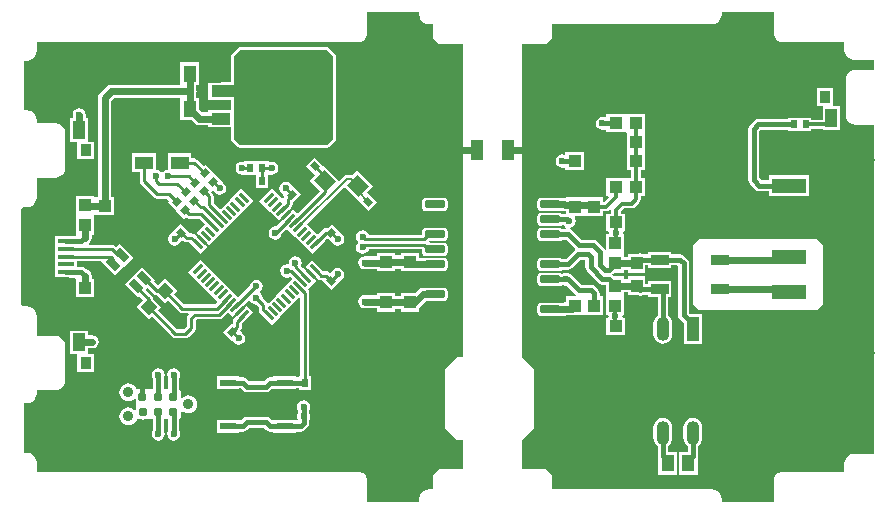
<source format=gtl>
G04 Layer_Physical_Order=1*
G04 Layer_Color=255*
%FSLAX44Y44*%
%MOMM*%
G71*
G01*
G75*
G04:AMPARAMS|DCode=10|XSize=0.635mm|YSize=0.5mm|CornerRadius=0mm|HoleSize=0mm|Usage=FLASHONLY|Rotation=225.000|XOffset=0mm|YOffset=0mm|HoleType=Round|Shape=Rectangle|*
%AMROTATEDRECTD10*
4,1,4,0.0477,0.4013,0.4013,0.0477,-0.0477,-0.4013,-0.4013,-0.0477,0.0477,0.4013,0.0*
%
%ADD10ROTATEDRECTD10*%

G04:AMPARAMS|DCode=11|XSize=0.635mm|YSize=0.5mm|CornerRadius=0mm|HoleSize=0mm|Usage=FLASHONLY|Rotation=315.000|XOffset=0mm|YOffset=0mm|HoleType=Round|Shape=Rectangle|*
%AMROTATEDRECTD11*
4,1,4,-0.4013,0.0477,-0.0477,0.4013,0.4013,-0.0477,0.0477,-0.4013,-0.4013,0.0477,0.0*
%
%ADD11ROTATEDRECTD11*%

%ADD12R,0.5000X0.6350*%
%ADD13R,1.0000X1.1000*%
%ADD14R,1.1000X1.0000*%
%ADD15R,1.1000X1.4000*%
%ADD16P,1.4142X4X270.0*%
%ADD17R,1.5000X1.1000*%
G04:AMPARAMS|DCode=18|XSize=0.32mm|YSize=1mm|CornerRadius=0mm|HoleSize=0mm|Usage=FLASHONLY|Rotation=315.000|XOffset=0mm|YOffset=0mm|HoleType=Round|Shape=Rectangle|*
%AMROTATEDRECTD18*
4,1,4,-0.4667,-0.2404,0.2404,0.4667,0.4667,0.2404,-0.2404,-0.4667,-0.4667,-0.2404,0.0*
%
%ADD18ROTATEDRECTD18*%

G04:AMPARAMS|DCode=19|XSize=0.32mm|YSize=1mm|CornerRadius=0mm|HoleSize=0mm|Usage=FLASHONLY|Rotation=225.000|XOffset=0mm|YOffset=0mm|HoleType=Round|Shape=Rectangle|*
%AMROTATEDRECTD19*
4,1,4,-0.2404,0.4667,0.4667,-0.2404,0.2404,-0.4667,-0.4667,0.2404,-0.2404,0.4667,0.0*
%
%ADD19ROTATEDRECTD19*%

G04:AMPARAMS|DCode=20|XSize=1.65mm|YSize=0.6mm|CornerRadius=0.06mm|HoleSize=0mm|Usage=FLASHONLY|Rotation=0.000|XOffset=0mm|YOffset=0mm|HoleType=Round|Shape=RoundedRectangle|*
%AMROUNDEDRECTD20*
21,1,1.6500,0.4800,0,0,0.0*
21,1,1.5300,0.6000,0,0,0.0*
1,1,0.1200,0.7650,-0.2400*
1,1,0.1200,-0.7650,-0.2400*
1,1,0.1200,-0.7650,0.2400*
1,1,0.1200,0.7650,0.2400*
%
%ADD20ROUNDEDRECTD20*%
%ADD21R,1.9000X1.7500*%
%ADD22R,1.4000X0.4000*%
%ADD23R,1.4500X1.1500*%
%ADD24R,1.0000X0.4500*%
%ADD25R,1.4000X0.6000*%
%ADD26R,2.9200X1.2700*%
%ADD27O,1.1000X2.0000*%
%ADD28R,1.1000X2.0000*%
%ADD29C,0.7900*%
%ADD30R,1.5000X0.8500*%
G04:AMPARAMS|DCode=31|XSize=0.6mm|YSize=1.1mm|CornerRadius=0mm|HoleSize=0mm|Usage=FLASHONLY|Rotation=45.000|XOffset=0mm|YOffset=0mm|HoleType=Round|Shape=Rectangle|*
%AMROTATEDRECTD31*
4,1,4,0.1768,-0.6010,-0.6010,0.1768,-0.1768,0.6010,0.6010,-0.1768,0.1768,-0.6010,0.0*
%
%ADD31ROTATEDRECTD31*%

%ADD32R,1.0000X1.5000*%
%ADD33R,0.9000X1.0000*%
%ADD34R,1.1000X1.8000*%
%ADD35R,1.6000X3.5000*%
%ADD36R,1.6000X1.0000*%
G04:AMPARAMS|DCode=37|XSize=1.4mm|YSize=1.2mm|CornerRadius=0mm|HoleSize=0mm|Usage=FLASHONLY|Rotation=135.000|XOffset=0mm|YOffset=0mm|HoleType=Round|Shape=Rectangle|*
%AMROTATEDRECTD37*
4,1,4,0.9192,-0.0707,0.0707,-0.9192,-0.9192,0.0707,-0.0707,0.9192,0.9192,-0.0707,0.0*
%
%ADD37ROTATEDRECTD37*%

%ADD38C,0.2500*%
%ADD39C,0.6000*%
%ADD40C,0.4000*%
%ADD41C,0.3000*%
%ADD42C,0.2000*%
%ADD43C,1.0000*%
G04:AMPARAMS|DCode=44|XSize=1.9mm|YSize=1.05mm|CornerRadius=0.2625mm|HoleSize=0mm|Usage=FLASHONLY|Rotation=0.000|XOffset=0mm|YOffset=0mm|HoleType=Round|Shape=RoundedRectangle|*
%AMROUNDEDRECTD44*
21,1,1.9000,0.5250,0,0,0.0*
21,1,1.3750,1.0500,0,0,0.0*
1,1,0.5250,0.6875,-0.2625*
1,1,0.5250,-0.6875,-0.2625*
1,1,0.5250,-0.6875,0.2625*
1,1,0.5250,0.6875,0.2625*
%
%ADD44ROUNDEDRECTD44*%
%ADD45C,3.5000*%
%ADD46C,0.9000*%
%ADD47C,0.6000*%
G36*
X337941Y205000D02*
X337931D01*
X338206Y202912D01*
X339012Y200965D01*
X340294Y199294D01*
X341965Y198012D01*
X343912Y197206D01*
X346000Y196931D01*
Y196941D01*
X350000D01*
Y185000D01*
X355000Y180000D01*
X375000D01*
Y-85000D01*
X370000D01*
X360000Y-95000D01*
Y-145000D01*
X370000Y-155000D01*
X375000D01*
Y-180000D01*
X355000D01*
X350000Y-185000D01*
X350000Y-196941D01*
X346000D01*
Y-196931D01*
X343912Y-197206D01*
X341965Y-198012D01*
X340294Y-199294D01*
X339012Y-200965D01*
X338206Y-202912D01*
X337931Y-205000D01*
X337941D01*
Y-207441D01*
X294059D01*
Y-190000D01*
X294069D01*
X293794Y-187912D01*
X292988Y-185965D01*
X291706Y-184294D01*
X290035Y-183012D01*
X288088Y-182206D01*
X286000Y-181931D01*
Y-181941D01*
X286000Y-181941D01*
X14059D01*
Y-174000D01*
X14059Y-174000D01*
X14069D01*
X13794Y-171912D01*
X12988Y-169965D01*
X11706Y-168294D01*
X10035Y-167012D01*
X8088Y-166206D01*
X6000Y-165931D01*
Y-165941D01*
X6000Y-165941D01*
X3059D01*
Y-124059D01*
X6000D01*
Y-124069D01*
X8088Y-123794D01*
X10035Y-122988D01*
X11706Y-121706D01*
X12988Y-120035D01*
X13794Y-118088D01*
X14069Y-116000D01*
X14059D01*
Y-113059D01*
X30000D01*
Y-113069D01*
X32088Y-112794D01*
X34035Y-111988D01*
X35706Y-110706D01*
X36988Y-109035D01*
X37794Y-107088D01*
X38069Y-105000D01*
X38059D01*
Y-90000D01*
Y-75000D01*
X38069D01*
X37794Y-72912D01*
X36988Y-70965D01*
X35706Y-69294D01*
X34035Y-68012D01*
X32088Y-67206D01*
X30000Y-66931D01*
Y-66941D01*
X14059D01*
Y-50000D01*
X14069D01*
X13794Y-47912D01*
X12988Y-45965D01*
X11706Y-44294D01*
X10035Y-43012D01*
X8088Y-42206D01*
X6000Y-41931D01*
Y-41941D01*
X3000D01*
Y-41910D01*
X2269Y-41764D01*
X1650Y-41350D01*
X1236Y-40731D01*
X1090Y-40000D01*
X1059D01*
Y40000D01*
X1090D01*
X1236Y40731D01*
X1650Y41350D01*
X2269Y41764D01*
X3000Y41910D01*
Y41941D01*
X6000D01*
Y41931D01*
X8088Y42206D01*
X10035Y43012D01*
X11706Y44294D01*
X12988Y45965D01*
X13794Y47912D01*
X14069Y50000D01*
X14059D01*
Y66941D01*
X30000D01*
Y66931D01*
X32088Y67206D01*
X34035Y68012D01*
X35706Y69294D01*
X36988Y70965D01*
X37794Y72912D01*
X38069Y75000D01*
X38059D01*
Y90000D01*
Y105000D01*
X38069D01*
X37794Y107088D01*
X36988Y109035D01*
X35706Y110706D01*
X34035Y111988D01*
X32088Y112794D01*
X30000Y113069D01*
Y113059D01*
X14059D01*
Y116000D01*
X14069D01*
X13794Y118088D01*
X12988Y120035D01*
X11706Y121706D01*
X10035Y122988D01*
X8088Y123794D01*
X6000Y124069D01*
Y124059D01*
X6000Y124059D01*
X3059D01*
Y165941D01*
X6000D01*
X6000Y165941D01*
Y165931D01*
X8088Y166206D01*
X10035Y167012D01*
X11706Y168294D01*
X12988Y169965D01*
X13794Y171912D01*
X14069Y174000D01*
X14059D01*
X14059Y174000D01*
Y181941D01*
X286000D01*
Y181931D01*
X288088Y182206D01*
X290035Y183012D01*
X291706Y184294D01*
X292988Y185965D01*
X293794Y187912D01*
X294069Y190000D01*
X294059D01*
Y207441D01*
X337941D01*
Y205000D01*
D02*
G37*
G36*
X637941Y190000D02*
X637931D01*
X638206Y187912D01*
X639012Y185965D01*
X640294Y184294D01*
X641965Y183012D01*
X643912Y182206D01*
X646000Y181931D01*
Y181941D01*
X697941D01*
Y175000D01*
X697931D01*
X698206Y172912D01*
X699012Y170965D01*
X700294Y169294D01*
X701965Y168012D01*
X703912Y167206D01*
X706000Y166931D01*
Y166941D01*
X722941D01*
Y158059D01*
X707000D01*
Y158069D01*
X704912Y157794D01*
X702965Y156988D01*
X701294Y155706D01*
X700012Y154035D01*
X699206Y152088D01*
X698931Y150000D01*
X698941D01*
Y135000D01*
Y120000D01*
X698931D01*
X699206Y117912D01*
X700012Y115965D01*
X701294Y114294D01*
X702965Y113012D01*
X704912Y112206D01*
X707000Y111931D01*
Y111941D01*
X722941D01*
Y-166941D01*
X706000D01*
X706000Y-166941D01*
Y-166931D01*
X703912Y-167206D01*
X701965Y-168012D01*
X700294Y-169294D01*
X699012Y-170965D01*
X698206Y-172912D01*
X697931Y-175000D01*
X697941D01*
Y-181941D01*
X646000D01*
X646000Y-181941D01*
Y-181931D01*
X643912Y-182206D01*
X641965Y-183012D01*
X640294Y-184294D01*
X639012Y-185965D01*
X638206Y-187912D01*
X637931Y-190000D01*
X637941D01*
Y-207441D01*
X594059D01*
Y-205000D01*
X594059Y-205000D01*
X594069D01*
X593794Y-202912D01*
X592988Y-200965D01*
X591706Y-199294D01*
X590034Y-198012D01*
X588088Y-197206D01*
X586000Y-196931D01*
Y-196941D01*
X450000D01*
Y-185000D01*
X445000Y-180000D01*
X425000D01*
Y-155000D01*
X435000Y-145000D01*
Y-120000D01*
Y-95000D01*
X425000Y-85000D01*
Y180000D01*
X445000D01*
X450000Y185000D01*
Y196941D01*
X586000D01*
Y196931D01*
X588088Y197206D01*
X590034Y198012D01*
X591706Y199294D01*
X592988Y200965D01*
X593794Y202912D01*
X594069Y205000D01*
X594059D01*
X594059Y205000D01*
Y207441D01*
X637941D01*
Y190000D01*
D02*
G37*
%LPC*%
G36*
X247164Y-2475D02*
X241366Y-8273D01*
X251972Y-18880D01*
X252168Y-18684D01*
X252187Y-18704D01*
X253428Y-19532D01*
X254891Y-19823D01*
X254891D01*
X254931Y-19825D01*
X255987Y-19987D01*
X264013Y-28013D01*
X271084Y-20942D01*
Y-20942D01*
X271729Y-19791D01*
X272965Y-18965D01*
X274181Y-17146D01*
X274608Y-15000D01*
X274181Y-12854D01*
X272965Y-11035D01*
X271146Y-9819D01*
X269000Y-9392D01*
X266854Y-9819D01*
X265035Y-11035D01*
X264209Y-12271D01*
X263058Y-12916D01*
X263058Y-12916D01*
X262067Y-13589D01*
X261775Y-13296D01*
X260534Y-12468D01*
X259071Y-12177D01*
X256866D01*
X247164Y-2475D01*
D02*
G37*
G36*
X351250Y-26142D02*
X341110D01*
X338964Y-26569D01*
X337144Y-27785D01*
X334429Y-30500D01*
X322500D01*
Y-32892D01*
X317500D01*
Y-30500D01*
X302500D01*
Y-32392D01*
X292000D01*
X289854Y-32819D01*
X288035Y-34035D01*
X286819Y-35854D01*
X286392Y-38000D01*
X286819Y-40146D01*
X288035Y-41965D01*
X289854Y-43181D01*
X292000Y-43608D01*
X302500D01*
Y-46500D01*
X317500D01*
Y-44108D01*
X322500D01*
Y-46500D01*
X337500D01*
Y-43016D01*
X338325Y-42465D01*
X343432Y-37358D01*
X351250D01*
X351486Y-37311D01*
X358900D01*
X360109Y-37070D01*
X361135Y-36385D01*
X361820Y-35359D01*
X362061Y-34150D01*
Y-29350D01*
X361820Y-28140D01*
X361135Y-27115D01*
X360109Y-26430D01*
X358900Y-26189D01*
X351486D01*
X351250Y-26142D01*
D02*
G37*
G36*
X358900Y24611D02*
X343600D01*
X342391Y24370D01*
X341365Y23685D01*
X340680Y22659D01*
X340439Y21450D01*
Y18846D01*
X340416Y18823D01*
X295245D01*
X295181Y19146D01*
X293965Y20965D01*
X292146Y22181D01*
X290000Y22608D01*
X287854Y22181D01*
X286035Y20965D01*
X284819Y19146D01*
X284392Y17000D01*
X284819Y14854D01*
X286035Y13035D01*
Y11965D01*
X284819Y10146D01*
X284392Y8000D01*
X284819Y5854D01*
X286035Y4035D01*
X287854Y2819D01*
X290000Y2392D01*
X292146Y2819D01*
X293965Y4035D01*
X295181Y5854D01*
X295245Y6177D01*
X340416D01*
X340439Y6154D01*
Y3950D01*
X340680Y2740D01*
X341365Y1715D01*
X342391Y1030D01*
X343600Y789D01*
X358900D01*
X360109Y1030D01*
X361135Y1715D01*
X361820Y2740D01*
X362061Y3950D01*
Y8750D01*
X361820Y9959D01*
X361135Y10985D01*
X360109Y11670D01*
X358900Y11911D01*
X347307D01*
X346629Y13181D01*
X346835Y13489D01*
X358900D01*
X360109Y13730D01*
X361135Y14415D01*
X361820Y15440D01*
X362061Y16650D01*
Y21450D01*
X361820Y22659D01*
X361135Y23685D01*
X360109Y24370D01*
X358900Y24611D01*
D02*
G37*
G36*
X337500Y3500D02*
X322500D01*
Y1108D01*
X317500D01*
Y3500D01*
X302500D01*
Y608D01*
X292000D01*
X289854Y181D01*
X288035Y-1035D01*
X286819Y-2854D01*
X286392Y-5000D01*
X286819Y-7146D01*
X288035Y-8965D01*
X289854Y-10181D01*
X292000Y-10608D01*
X302500D01*
Y-12500D01*
X317500D01*
Y-10108D01*
X322500D01*
Y-12500D01*
X337500D01*
Y-11958D01*
X351250D01*
X351486Y-11911D01*
X358900D01*
X360109Y-11670D01*
X361135Y-10985D01*
X361820Y-9959D01*
X362061Y-8750D01*
Y-3950D01*
X361820Y-2740D01*
X361135Y-1715D01*
X360109Y-1030D01*
X358900Y-789D01*
X351486D01*
X351250Y-742D01*
X337500D01*
Y3500D01*
D02*
G37*
G36*
X233000Y608D02*
X230854Y181D01*
X229035Y-1035D01*
X227819Y-2854D01*
X227392Y-5000D01*
X227515Y-5617D01*
X226617Y-6515D01*
X226000Y-6392D01*
X223854Y-6819D01*
X222035Y-8035D01*
X220819Y-9854D01*
X220392Y-12000D01*
X220819Y-14146D01*
X222035Y-15965D01*
X223854Y-17181D01*
X226000Y-17608D01*
X228146Y-17181D01*
X228929Y-16658D01*
X230138Y-17867D01*
X230057Y-19582D01*
X223688Y-25951D01*
X216617Y-33022D01*
X210625Y-39014D01*
X209041Y-38802D01*
X208704Y-38296D01*
X205574Y-35167D01*
X205608Y-35000D01*
X205181Y-32854D01*
X203965Y-31035D01*
X203367Y-30635D01*
Y-29365D01*
X203965Y-28965D01*
X205181Y-27146D01*
X205608Y-25000D01*
X205181Y-22854D01*
X203965Y-21035D01*
X202146Y-19819D01*
X200000Y-19392D01*
X197854Y-19819D01*
X196035Y-21035D01*
X194819Y-22854D01*
X194405Y-24937D01*
X184851Y-34490D01*
X181120Y-30759D01*
X174049Y-23688D01*
X166978Y-16617D01*
X159907Y-9546D01*
X152836Y-2475D01*
X142229Y-13082D01*
X145765Y-16617D01*
X151563Y-22415D01*
X158634Y-29486D01*
X167174Y-38026D01*
X165023Y-40177D01*
X139019D01*
X130300Y-31458D01*
X132900Y-28858D01*
X122293Y-18251D01*
X116511Y-24033D01*
X113442Y-20964D01*
X114627Y-19778D01*
X103314Y-8464D01*
X95535Y-16243D01*
X88464Y-23314D01*
X99778Y-34627D01*
X100964Y-33442D01*
X104033Y-36511D01*
X98251Y-42293D01*
X108858Y-52899D01*
X111458Y-50300D01*
X128861Y-67704D01*
X130102Y-68532D01*
X131565Y-68823D01*
X140000D01*
X141463Y-68532D01*
X142704Y-67704D01*
X147704Y-62704D01*
X148532Y-61463D01*
X148823Y-60000D01*
Y-53584D01*
X149584Y-52823D01*
X168678D01*
X170141Y-52532D01*
X171381Y-51704D01*
X176116Y-46968D01*
X179847Y-50700D01*
X190454Y-40093D01*
X190259Y-39897D01*
X193566Y-36589D01*
X194782Y-36958D01*
X194819Y-37146D01*
X196035Y-38965D01*
X197854Y-40181D01*
X200000Y-40608D01*
X200167Y-40574D01*
X202177Y-42584D01*
Y-44891D01*
X202468Y-46354D01*
X202795Y-46844D01*
X202475Y-47164D01*
X213081Y-57771D01*
X220153Y-50700D01*
X227224Y-43629D01*
X236003Y-34849D01*
X237177Y-35335D01*
Y-101325D01*
X236000D01*
Y-101912D01*
X233500D01*
Y-101000D01*
X214500D01*
Y-101912D01*
X211500D01*
X209744Y-102261D01*
X208256Y-103256D01*
X206099Y-105412D01*
X193901D01*
X191744Y-103256D01*
X190256Y-102261D01*
X188500Y-101912D01*
X185500D01*
Y-101000D01*
X166500D01*
Y-112000D01*
X185500D01*
Y-111500D01*
X186770Y-111259D01*
X188756Y-113244D01*
X190244Y-114239D01*
X192000Y-114588D01*
X208000D01*
X209756Y-114239D01*
X211244Y-113244D01*
X213230Y-111259D01*
X214500Y-111500D01*
Y-112000D01*
X233500D01*
Y-111088D01*
X236000D01*
Y-112675D01*
X246000D01*
Y-101325D01*
X244823D01*
Y-30393D01*
X244532Y-28930D01*
X243704Y-27690D01*
X243433Y-27419D01*
X250700Y-20153D01*
X240093Y-9546D01*
X239897Y-9742D01*
X237829Y-7673D01*
X238181Y-7146D01*
X238608Y-5000D01*
X238181Y-2854D01*
X236965Y-1035D01*
X235146Y181D01*
X233000Y608D01*
D02*
G37*
G36*
X240000Y-121392D02*
X237854Y-121819D01*
X236035Y-123035D01*
X234819Y-124854D01*
X234392Y-127000D01*
X234819Y-129146D01*
X235412Y-130033D01*
Y-131967D01*
X234819Y-132854D01*
X234392Y-135000D01*
X234819Y-137146D01*
X234906Y-137276D01*
X234224Y-138434D01*
X233500Y-138288D01*
Y-138000D01*
X214500D01*
Y-138500D01*
X213230Y-138741D01*
X211244Y-136756D01*
X209756Y-135761D01*
X208000Y-135412D01*
X192000D01*
X190244Y-135761D01*
X188756Y-136756D01*
X186770Y-138741D01*
X185500Y-138500D01*
Y-138000D01*
X166500D01*
Y-149000D01*
X185500D01*
Y-148088D01*
X188500D01*
X190256Y-147739D01*
X191744Y-146744D01*
X193901Y-144588D01*
X206099D01*
X208256Y-146744D01*
X209744Y-147739D01*
X211500Y-148088D01*
X214500D01*
Y-149000D01*
X233500D01*
Y-148088D01*
X237500D01*
X239256Y-147739D01*
X240744Y-146744D01*
X243244Y-144244D01*
X244239Y-142756D01*
X244588Y-141000D01*
Y-138033D01*
X245181Y-137146D01*
X245608Y-135000D01*
X245181Y-132854D01*
X244588Y-131967D01*
Y-130033D01*
X245181Y-129146D01*
X245608Y-127000D01*
X245181Y-124854D01*
X243965Y-123035D01*
X242146Y-121819D01*
X240000Y-121392D01*
D02*
G37*
G36*
X191727Y-41366D02*
X181120Y-51972D01*
X181316Y-52168D01*
X181296Y-52187D01*
X180468Y-53428D01*
X180177Y-54891D01*
X180175Y-54931D01*
X179877Y-56123D01*
X179201Y-56799D01*
X171987Y-64013D01*
X179058Y-71084D01*
X179058D01*
X180209Y-71729D01*
X181035Y-72965D01*
X182854Y-74181D01*
X185000Y-74608D01*
X187146Y-74181D01*
X188965Y-72965D01*
X190181Y-71146D01*
X190608Y-69000D01*
X190181Y-66854D01*
X188965Y-65035D01*
X187729Y-64209D01*
X187084Y-63058D01*
X187084Y-63058D01*
X186411Y-62067D01*
X186704Y-61775D01*
X187532Y-60534D01*
X187823Y-59071D01*
Y-56866D01*
X197525Y-47164D01*
X191727Y-41366D01*
D02*
G37*
G36*
X57500Y-62500D02*
X42500D01*
Y-82500D01*
X47230D01*
X48500Y-82500D01*
X48500Y-83770D01*
Y-97500D01*
X62500D01*
Y-82500D01*
X58770D01*
X57500Y-82500D01*
X57500Y-81230D01*
Y-77608D01*
X61000D01*
X63146Y-77181D01*
X64965Y-75965D01*
X66181Y-74146D01*
X66608Y-72000D01*
X66181Y-69854D01*
X64965Y-68035D01*
X63146Y-66819D01*
X61000Y-66392D01*
X57500D01*
Y-62500D01*
D02*
G37*
G36*
X130000Y-94232D02*
X127854Y-94659D01*
X126035Y-95875D01*
X124819Y-97694D01*
X124392Y-99840D01*
X124819Y-101986D01*
X125412Y-102873D01*
Y-112300D01*
X121588D01*
Y-103033D01*
X122181Y-102146D01*
X122608Y-100000D01*
X122181Y-97854D01*
X120965Y-96035D01*
X119146Y-94819D01*
X117000Y-94392D01*
X114854Y-94819D01*
X113035Y-96035D01*
X111819Y-97854D01*
X111392Y-100000D01*
X111819Y-102146D01*
X112412Y-103033D01*
Y-112300D01*
X99220D01*
X98587Y-112174D01*
X98129Y-111070D01*
X96931Y-109509D01*
X95370Y-108311D01*
X93551Y-107557D01*
X91600Y-107301D01*
X89649Y-107557D01*
X87830Y-108311D01*
X86269Y-109509D01*
X85071Y-111070D01*
X84317Y-112889D01*
X84060Y-114840D01*
X84317Y-116791D01*
X85071Y-118610D01*
X86269Y-120171D01*
X87830Y-121369D01*
X89649Y-122123D01*
X91600Y-122380D01*
X93551Y-122123D01*
X95370Y-121369D01*
X96680Y-120364D01*
X97950Y-120753D01*
Y-129070D01*
X97547Y-129370D01*
X96680Y-129636D01*
X95370Y-128631D01*
X93551Y-127877D01*
X91600Y-127620D01*
X89649Y-127877D01*
X87830Y-128631D01*
X86269Y-129829D01*
X85071Y-131390D01*
X84317Y-133209D01*
X84060Y-135160D01*
X84317Y-137111D01*
X85071Y-138930D01*
X86269Y-140491D01*
X87830Y-141689D01*
X89649Y-142443D01*
X91600Y-142699D01*
X93551Y-142443D01*
X95370Y-141689D01*
X96931Y-140491D01*
X98129Y-138930D01*
X98587Y-137826D01*
X99220Y-137700D01*
X103162D01*
X104300Y-137926D01*
X105438Y-137700D01*
X112412D01*
Y-146967D01*
X111819Y-147854D01*
X111392Y-150000D01*
X111819Y-152146D01*
X113035Y-153965D01*
X114854Y-155181D01*
X117000Y-155608D01*
X119146Y-155181D01*
X120965Y-153965D01*
X122181Y-152146D01*
X122608Y-150000D01*
X122181Y-147854D01*
X121588Y-146967D01*
Y-137700D01*
X125412D01*
Y-146967D01*
X124819Y-147854D01*
X124392Y-150000D01*
X124819Y-152146D01*
X126035Y-153965D01*
X127854Y-155181D01*
X130000Y-155608D01*
X132146Y-155181D01*
X133965Y-153965D01*
X135181Y-152146D01*
X135608Y-150000D01*
X135181Y-147854D01*
X134588Y-146967D01*
Y-137700D01*
X134780D01*
X136050Y-136430D01*
Y-132488D01*
X136276Y-131350D01*
X136263Y-131282D01*
X137423Y-130603D01*
X138630Y-131529D01*
X140449Y-132283D01*
X142400Y-132540D01*
X144351Y-132283D01*
X146170Y-131529D01*
X147731Y-130331D01*
X148929Y-128770D01*
X149683Y-126951D01*
X149939Y-125000D01*
X149683Y-123049D01*
X148929Y-121230D01*
X147731Y-119669D01*
X146170Y-118471D01*
X144351Y-117717D01*
X142400Y-117460D01*
X140449Y-117717D01*
X138630Y-118471D01*
X137423Y-119397D01*
X136263Y-118718D01*
X136276Y-118650D01*
X136050Y-117512D01*
Y-113570D01*
X134780Y-112300D01*
X134588D01*
Y-102873D01*
X135181Y-101986D01*
X135608Y-99840D01*
X135181Y-97694D01*
X133965Y-95875D01*
X132146Y-94659D01*
X130000Y-94232D01*
D02*
G37*
G36*
X50000Y125608D02*
X47854Y125181D01*
X46035Y123965D01*
X44819Y122146D01*
X44392Y120000D01*
Y117500D01*
X42500D01*
Y97500D01*
X47230D01*
X48500Y97500D01*
X48500Y96230D01*
Y82500D01*
X62500D01*
Y97500D01*
X58770D01*
X57500Y97500D01*
X57500Y98770D01*
Y117500D01*
X55608D01*
Y120000D01*
X55181Y122146D01*
X53965Y123965D01*
X52146Y125181D01*
X50000Y125608D01*
D02*
G37*
G36*
X190000Y80675D02*
X189544Y80301D01*
X188000Y80608D01*
X185854Y80181D01*
X184035Y78965D01*
X182819Y77146D01*
X182392Y75000D01*
X182819Y72854D01*
X184035Y71035D01*
X185854Y69819D01*
X188000Y69392D01*
X189544Y69699D01*
X190000Y69325D01*
Y69325D01*
X200000D01*
Y58325D01*
X210000D01*
Y68862D01*
X210300Y69199D01*
X210847Y69599D01*
X211270Y69736D01*
X213000Y69392D01*
X215146Y69819D01*
X216965Y71035D01*
X218181Y72854D01*
X218608Y75000D01*
X218181Y77146D01*
X216965Y78965D01*
X215146Y80181D01*
X213000Y80608D01*
X211270Y80264D01*
X210000Y80675D01*
Y80675D01*
X190000D01*
Y80675D01*
D02*
G37*
G36*
X260000Y177549D02*
X186000Y177549D01*
X185024Y177355D01*
X184198Y176802D01*
X179197Y171802D01*
X178645Y170975D01*
X178451Y170000D01*
Y147565D01*
X170000D01*
X169508Y147500D01*
X159500D01*
Y132500D01*
X169508D01*
X170000Y132435D01*
X178451D01*
Y124500D01*
X159500D01*
Y122608D01*
X154073D01*
X151750Y124931D01*
Y134500D01*
X149358D01*
Y138743D01*
X149608Y140000D01*
X149358Y141257D01*
Y145500D01*
X151750D01*
Y164500D01*
X135750D01*
Y145608D01*
X77000D01*
X74854Y145181D01*
X73035Y143965D01*
X67535Y138465D01*
X66319Y136646D01*
X65892Y134500D01*
Y51398D01*
X64994Y50500D01*
X63500D01*
X62500Y51152D01*
Y51500D01*
X47500D01*
Y35770D01*
X47500Y35500D01*
Y34500D01*
X47500Y34230D01*
Y18500D01*
X46635Y17588D01*
X39000D01*
X38557Y17500D01*
X29500D01*
Y8500D01*
Y2000D01*
Y-4500D01*
Y-11000D01*
Y-17500D01*
X38557D01*
X39000Y-17588D01*
X46635D01*
X47500Y-18500D01*
Y-34500D01*
X62500D01*
Y-18500D01*
X60608D01*
Y-16000D01*
X60181Y-13854D01*
X58965Y-12035D01*
X57146Y-10819D01*
X56100Y-10611D01*
X55244Y-9756D01*
X53756Y-8761D01*
X52000Y-8412D01*
X48500D01*
Y-3823D01*
X68253D01*
X69373Y-4222D01*
X69373D01*
X69373Y-4222D01*
X80686Y-15536D01*
X87757Y-8464D01*
X95535Y-686D01*
X84222Y10627D01*
X81501Y7906D01*
X80204Y9204D01*
X78963Y10032D01*
X77500Y10323D01*
X58690D01*
X58305Y11593D01*
X58965Y12035D01*
X60181Y13854D01*
X60608Y16000D01*
Y18500D01*
X62500D01*
Y34230D01*
X62500Y34602D01*
X63006Y35108D01*
X63770Y35500D01*
X79500D01*
Y50500D01*
X77108D01*
Y132177D01*
X79323Y134392D01*
X135750D01*
Y115500D01*
X145319D01*
X147785Y113035D01*
X149604Y111819D01*
X151750Y111392D01*
X159500D01*
Y109500D01*
X178451D01*
Y100000D01*
X178645Y99024D01*
X179198Y98197D01*
X184198Y93197D01*
X185024Y92645D01*
X186000Y92451D01*
X260000Y92451D01*
X260975Y92645D01*
X261802Y93198D01*
X266802Y98198D01*
X267355Y99024D01*
X267549Y100000D01*
Y170000D01*
X267355Y170975D01*
X266802Y171802D01*
X261802Y176802D01*
X260975Y177355D01*
X260000Y177549D01*
D02*
G37*
G36*
X248987Y84013D02*
X241916Y76942D01*
X249933Y68925D01*
X245483Y64475D01*
X254043Y55915D01*
X234490Y36362D01*
X230759Y40093D01*
X220153Y29486D01*
X220348Y29291D01*
X216555Y25497D01*
X216000Y25608D01*
X213854Y25181D01*
X212035Y23965D01*
X210819Y22146D01*
X210392Y20000D01*
X210819Y17854D01*
X212035Y16035D01*
X213854Y14819D01*
X216000Y14392D01*
X218146Y14819D01*
X219965Y16035D01*
X221181Y17854D01*
X221542Y19671D01*
X225755Y23884D01*
X233022Y16617D01*
X240093Y9546D01*
X247164Y2475D01*
X257771Y13082D01*
X257575Y13277D01*
X260136Y15838D01*
X263058Y12916D01*
X263058D01*
X264209Y12271D01*
X265035Y11035D01*
X266854Y9819D01*
X269000Y9392D01*
X271146Y9819D01*
X272965Y11035D01*
X274181Y12854D01*
X274608Y15000D01*
X274181Y17146D01*
X272965Y18965D01*
X271729Y19791D01*
X271084Y20942D01*
Y20942D01*
X264013Y28013D01*
X260288Y24288D01*
X259355D01*
X257892Y23997D01*
X256652Y23168D01*
X252168Y18684D01*
X243253Y27599D01*
X274827Y59173D01*
X286089Y47911D01*
X286987Y47013D01*
X286987Y47013D01*
X295013Y38987D01*
X302084Y46058D01*
X294058Y54084D01*
X294261Y55270D01*
X298517Y59525D01*
X285082Y72960D01*
X281406Y69284D01*
X281387Y69297D01*
X280021Y69569D01*
X276607D01*
X275241Y69297D01*
X274083Y68523D01*
X269780Y64220D01*
X257504Y76496D01*
X257004Y75996D01*
X248987Y84013D01*
D02*
G37*
G36*
X358900Y50011D02*
X343600D01*
X342391Y49770D01*
X341365Y49085D01*
X340680Y48060D01*
X340439Y46850D01*
Y42050D01*
X340680Y40841D01*
X341365Y39815D01*
X342391Y39130D01*
X343600Y38889D01*
X358900D01*
X360109Y39130D01*
X361135Y39815D01*
X361820Y40841D01*
X362061Y42050D01*
Y46850D01*
X361820Y48060D01*
X361135Y49085D01*
X360109Y49770D01*
X358900Y50011D01*
D02*
G37*
G36*
X135987Y28013D02*
X128916Y20942D01*
Y20942D01*
X128271Y19791D01*
X127035Y18965D01*
X125819Y17146D01*
X125392Y15000D01*
X125819Y12854D01*
X127035Y11035D01*
X128854Y9819D01*
X131000Y9392D01*
X133146Y9819D01*
X134965Y11035D01*
X135791Y12271D01*
X136942Y12916D01*
X136942Y12916D01*
X137933Y13589D01*
X138225Y13296D01*
X139466Y12468D01*
X140929Y12177D01*
X143134D01*
X152836Y2475D01*
X158634Y8273D01*
X148028Y18880D01*
X147832Y18684D01*
X147813Y18704D01*
X146572Y19532D01*
X145109Y19823D01*
X145109D01*
X145069Y19825D01*
X144013Y19987D01*
X135987Y28013D01*
D02*
G37*
G36*
X145000Y87500D02*
X125000D01*
Y73608D01*
X125000Y73608D01*
X122854Y73181D01*
X121035Y71965D01*
X120635Y71367D01*
X119365D01*
X118965Y71965D01*
X117146Y73181D01*
X115000Y73608D01*
X115000Y73608D01*
Y87500D01*
X95000D01*
Y71500D01*
X101177D01*
Y64000D01*
X101468Y62537D01*
X102296Y61296D01*
X113296Y50296D01*
X114537Y49468D01*
X116000Y49177D01*
X124416D01*
X126225Y47368D01*
X124916Y46058D01*
X131987Y38987D01*
X139058Y31916D01*
X140382Y33240D01*
X141537Y32468D01*
X143000Y32177D01*
X151810D01*
X156567Y27419D01*
X149300Y20153D01*
X159907Y9546D01*
X163443Y13082D01*
X170514Y20153D01*
X177585Y27224D01*
X184656Y34295D01*
X191727Y41366D01*
X197525Y47164D01*
X186919Y57771D01*
X181120Y51972D01*
X177585Y48437D01*
X169045Y39897D01*
X163823Y45119D01*
Y51000D01*
X163532Y52463D01*
X162704Y53704D01*
X161775Y54633D01*
X162644Y55501D01*
X162758Y55536D01*
X163934Y55425D01*
X164209Y55271D01*
X165035Y54035D01*
X166854Y52819D01*
X169000Y52392D01*
X171146Y52819D01*
X172965Y54035D01*
X174181Y55854D01*
X174608Y58000D01*
X174181Y60146D01*
X172965Y61965D01*
X171729Y62791D01*
X171084Y63942D01*
Y63942D01*
X164013Y71013D01*
X156942Y78084D01*
X155632Y76775D01*
X150204Y82204D01*
X148963Y83032D01*
X147500Y83323D01*
X145000D01*
Y87500D01*
D02*
G37*
G36*
X225000Y63608D02*
X222854Y63181D01*
X221035Y61965D01*
X219819Y60146D01*
X219392Y58000D01*
X219819Y55854D01*
X221035Y54035D01*
X222271Y53209D01*
X222916Y52058D01*
Y52058D01*
X223857Y51117D01*
X223468Y50534D01*
X223243Y49405D01*
X222030Y48822D01*
X213081Y57771D01*
X202475Y47164D01*
X206010Y43629D01*
X211809Y37830D01*
X218880Y30759D01*
X229486Y41366D01*
X229291Y41561D01*
X229704Y41974D01*
X230532Y43215D01*
X230823Y44678D01*
Y45823D01*
X238013Y53013D01*
X230942Y60084D01*
X230942D01*
X229791Y60729D01*
X228965Y61965D01*
X227146Y63181D01*
X225000Y63608D01*
D02*
G37*
%LPD*%
G36*
X108735Y-27071D02*
X113225Y-31561D01*
X114466Y-32390D01*
X115406Y-32577D01*
X122293Y-39464D01*
X124893Y-36865D01*
X134732Y-46704D01*
X135972Y-47532D01*
X137435Y-47823D01*
X142110D01*
X142596Y-48997D01*
X142296Y-49296D01*
X141468Y-50537D01*
X141177Y-52000D01*
Y-58416D01*
X138416Y-61177D01*
X133149D01*
X116865Y-44893D01*
X119465Y-42293D01*
X112577Y-35406D01*
X112390Y-34466D01*
X111561Y-33225D01*
X106371Y-28035D01*
X107556Y-26849D01*
X108735Y-27071D01*
D02*
G37*
G36*
X265000Y170000D02*
Y100000D01*
X260000Y95000D01*
X186000Y95000D01*
X181000Y100000D01*
X181000Y170000D01*
X186000Y175000D01*
X260000Y175000D01*
X265000Y170000D01*
D02*
G37*
%LPC*%
G36*
X462000Y-13392D02*
X459854Y-13819D01*
X458892Y-14462D01*
X458666D01*
X458635Y-14415D01*
X457609Y-13730D01*
X456400Y-13489D01*
X441100D01*
X439890Y-13730D01*
X438865Y-14415D01*
X438180Y-15440D01*
X437939Y-16650D01*
Y-21450D01*
X438180Y-22659D01*
X438865Y-23685D01*
X439890Y-24370D01*
X441100Y-24611D01*
X456400D01*
X457609Y-24370D01*
X458635Y-23685D01*
X458666Y-23638D01*
X459042D01*
X459854Y-24181D01*
X462000Y-24608D01*
X462850Y-24439D01*
X469756Y-31344D01*
X471081Y-32230D01*
X471074Y-32866D01*
X470870Y-33500D01*
X462500D01*
Y-38392D01*
X461000D01*
X458854Y-38819D01*
X458819Y-38842D01*
X448750D01*
X448514Y-38889D01*
X441100D01*
X439890Y-39130D01*
X438865Y-39815D01*
X438180Y-40841D01*
X437939Y-42050D01*
Y-46850D01*
X438180Y-48060D01*
X438865Y-49085D01*
X439890Y-49770D01*
X441100Y-50011D01*
X448514D01*
X448750Y-50058D01*
X460550D01*
X462696Y-49631D01*
X462731Y-49608D01*
X467500D01*
X468042Y-49500D01*
X477230D01*
X477500Y-49500D01*
X478500D01*
X478770Y-49500D01*
X493500D01*
Y-33500D01*
X490588D01*
Y-31000D01*
X490239Y-29244D01*
X489244Y-27756D01*
X486344Y-24856D01*
X484856Y-23861D01*
X483100Y-23512D01*
X474901D01*
X467194Y-15806D01*
X465706Y-14811D01*
X465599Y-14790D01*
X464146Y-13819D01*
X462000Y-13392D01*
D02*
G37*
G36*
X575000Y15000D02*
X570000Y10000D01*
Y-40000D01*
X575000Y-45000D01*
X614000Y-45000D01*
X675000Y-45000D01*
X680000Y-40000D01*
Y10000D01*
X675000Y15000D01*
X575000Y15000D01*
D02*
G37*
G36*
X569700Y-136431D02*
X567612Y-136706D01*
X565666Y-137512D01*
X563994Y-138794D01*
X562712Y-140465D01*
X561906Y-142412D01*
X561631Y-144500D01*
Y-153500D01*
X561906Y-155589D01*
X562712Y-157535D01*
X563994Y-159206D01*
X565112Y-160063D01*
Y-165500D01*
X557750D01*
Y-184500D01*
X573750D01*
Y-170339D01*
X573939Y-170056D01*
X574288Y-168300D01*
Y-160063D01*
X575406Y-159206D01*
X576688Y-157535D01*
X577494Y-155589D01*
X577769Y-153500D01*
Y-144500D01*
X577494Y-142412D01*
X576688Y-140465D01*
X575406Y-138794D01*
X573735Y-137512D01*
X571788Y-136706D01*
X569700Y-136431D01*
D02*
G37*
G36*
X544300D02*
X542212Y-136706D01*
X540266Y-137512D01*
X538594Y-138794D01*
X537312Y-140465D01*
X536506Y-142412D01*
X536231Y-144500D01*
Y-153500D01*
X536506Y-155589D01*
X537312Y-157535D01*
X538594Y-159206D01*
X539712Y-160063D01*
Y-168300D01*
X540061Y-170056D01*
X540250Y-170339D01*
Y-184500D01*
X556250D01*
Y-165500D01*
X548888D01*
Y-160063D01*
X550006Y-159206D01*
X551288Y-157535D01*
X552094Y-155589D01*
X552369Y-153500D01*
Y-144500D01*
X552094Y-142412D01*
X551288Y-140465D01*
X550006Y-138794D01*
X548335Y-137512D01*
X546388Y-136706D01*
X544300Y-136431D01*
D02*
G37*
G36*
X477500Y88500D02*
X461500D01*
Y87355D01*
X460230Y86363D01*
X459000Y86608D01*
X456854Y86181D01*
X455035Y84965D01*
X453819Y83146D01*
X453392Y81000D01*
X453819Y78854D01*
X455035Y77035D01*
X456854Y75819D01*
X459000Y75392D01*
X460230Y75637D01*
X461500Y74644D01*
Y73500D01*
X477500D01*
Y88500D01*
D02*
G37*
G36*
X513500Y120500D02*
X512500D01*
X512230Y120500D01*
X496500D01*
Y118804D01*
X495230Y118125D01*
X495146Y118181D01*
X493000Y118608D01*
X490854Y118181D01*
X489035Y116965D01*
X487819Y115146D01*
X487392Y113000D01*
X487819Y110854D01*
X489035Y109035D01*
X490854Y107819D01*
X493000Y107392D01*
X495146Y107819D01*
X495230Y107875D01*
X496500Y107196D01*
Y105500D01*
X512230D01*
X512848Y105500D01*
X513500Y104230D01*
Y89500D01*
X513500D01*
Y88500D01*
X513500D01*
Y73500D01*
X517422D01*
Y66500D01*
X513500D01*
Y66500D01*
X512500D01*
Y66500D01*
X496500D01*
Y51500D01*
X498073D01*
X498559Y50327D01*
X494811Y46578D01*
X493500D01*
Y50500D01*
X478500D01*
Y50500D01*
X477500D01*
Y50500D01*
X462500D01*
Y50500D01*
X461686Y49832D01*
X460550Y50058D01*
X448750D01*
X448514Y50011D01*
X441100D01*
X439890Y49770D01*
X438865Y49085D01*
X438180Y48060D01*
X437939Y46850D01*
Y42050D01*
X438180Y40841D01*
X438865Y39815D01*
X439890Y39130D01*
X441100Y38889D01*
X448514D01*
X448750Y38842D01*
X458819D01*
X458854Y38819D01*
X461000Y38392D01*
X462500D01*
Y36338D01*
X458666D01*
X458635Y36385D01*
X457609Y37070D01*
X456400Y37311D01*
X441100D01*
X439890Y37070D01*
X438865Y36385D01*
X438180Y35359D01*
X437939Y34150D01*
Y29350D01*
X438180Y28140D01*
X438865Y27115D01*
X439890Y26430D01*
X441100Y26189D01*
X456400D01*
X457609Y26430D01*
X458635Y27115D01*
X458666Y27162D01*
X460282D01*
X461035Y26035D01*
X461710Y25583D01*
X461994Y23867D01*
X461819Y23638D01*
X458666D01*
X458635Y23685D01*
X457609Y24370D01*
X456400Y24611D01*
X441100D01*
X439890Y24370D01*
X438865Y23685D01*
X438180Y22659D01*
X437939Y21450D01*
Y16650D01*
X438180Y15440D01*
X438865Y14415D01*
X439890Y13730D01*
X441100Y13489D01*
X456400D01*
X457609Y13730D01*
X458635Y14415D01*
X458666Y14462D01*
X462049D01*
X469466Y7046D01*
X469547Y5572D01*
X469056Y5244D01*
X462049Y-1762D01*
X458666D01*
X458635Y-1715D01*
X457609Y-1030D01*
X456400Y-789D01*
X441100D01*
X439890Y-1030D01*
X438865Y-1715D01*
X438180Y-2740D01*
X437939Y-3950D01*
Y-8750D01*
X438180Y-9959D01*
X438865Y-10985D01*
X439890Y-11670D01*
X441100Y-11911D01*
X456400D01*
X457609Y-11670D01*
X458635Y-10985D01*
X458666Y-10938D01*
X463950D01*
X465706Y-10589D01*
X467194Y-9594D01*
X474201Y-2588D01*
X478412D01*
Y-9000D01*
X478761Y-10756D01*
X479756Y-12244D01*
X489756Y-22244D01*
X491244Y-23239D01*
X493000Y-23588D01*
X496500D01*
Y-32230D01*
X496500Y-32500D01*
Y-33500D01*
X496500Y-33770D01*
Y-49500D01*
X497911D01*
X498447Y-50577D01*
X497690Y-51500D01*
X496500D01*
Y-66500D01*
X512500D01*
Y-51500D01*
X510310D01*
X509553Y-50577D01*
X510089Y-49500D01*
X511500D01*
Y-33770D01*
X511500Y-33500D01*
Y-32500D01*
X511500Y-32230D01*
Y-30108D01*
X514500D01*
Y-32500D01*
X522583D01*
X522854Y-32681D01*
X525000Y-33108D01*
X527146Y-32681D01*
X527417Y-32500D01*
X529500D01*
Y-32088D01*
X531500D01*
Y-34250D01*
X539712D01*
Y-49937D01*
X538594Y-50794D01*
X537312Y-52466D01*
X536506Y-54412D01*
X536231Y-56500D01*
Y-65500D01*
X536506Y-67589D01*
X537312Y-69535D01*
X538594Y-71206D01*
X540266Y-72488D01*
X542212Y-73294D01*
X544300Y-73569D01*
X546388Y-73294D01*
X548335Y-72488D01*
X550006Y-71206D01*
X551288Y-69535D01*
X552094Y-67589D01*
X552369Y-65500D01*
Y-56500D01*
X552094Y-54412D01*
X551288Y-52466D01*
X550006Y-50794D01*
X548888Y-49937D01*
Y-34250D01*
X551500D01*
Y-20750D01*
X531500D01*
Y-22912D01*
X529500D01*
Y-16500D01*
X514500D01*
Y-18892D01*
X511500D01*
Y-16500D01*
X502489D01*
X501744Y-15756D01*
X501560Y-15632D01*
Y-14362D01*
X501759Y-14229D01*
X502489Y-13500D01*
X511500D01*
Y-11108D01*
X514500D01*
Y-13500D01*
X529500D01*
Y-7088D01*
X531500D01*
Y-9250D01*
X551500D01*
Y-7088D01*
X556600D01*
X557112Y-7600D01*
Y-49512D01*
X557461Y-51268D01*
X558456Y-52756D01*
X561700Y-56001D01*
Y-73500D01*
X577700D01*
Y-48500D01*
X567177D01*
X566288Y-47612D01*
Y-5700D01*
X565939Y-3944D01*
X564944Y-2456D01*
X561744Y744D01*
X560256Y1739D01*
X558500Y2088D01*
X551500D01*
Y4250D01*
X531500D01*
Y2088D01*
X529500D01*
Y2500D01*
X527417D01*
X527146Y2681D01*
X525000Y3108D01*
X522854Y2681D01*
X522583Y2500D01*
X514500D01*
Y108D01*
X511500D01*
Y2230D01*
X511500Y2500D01*
Y3500D01*
X511500Y3770D01*
Y19500D01*
X510910D01*
X510104Y20482D01*
X510108Y20500D01*
X510104Y20518D01*
X510910Y21500D01*
X512500D01*
Y36500D01*
X508578D01*
Y37811D01*
X511689Y40922D01*
X518000D01*
X518000Y40922D01*
X519561Y41232D01*
X520884Y42116D01*
X524384Y45616D01*
X524384Y45616D01*
X525268Y46939D01*
X525578Y48500D01*
Y51500D01*
X529500D01*
Y66500D01*
X525578D01*
Y73500D01*
X529500D01*
Y88500D01*
X529500D01*
Y89500D01*
X529500D01*
Y104500D01*
X529500D01*
Y105500D01*
X529500D01*
Y120500D01*
X513770D01*
X513500Y120500D01*
D02*
G37*
G36*
X688500Y142500D02*
X674500D01*
Y127500D01*
X678230D01*
X679500Y127500D01*
X679500Y126230D01*
Y116078D01*
X670000D01*
Y117675D01*
X650000D01*
Y116588D01*
X625000D01*
X623244Y116239D01*
X621756Y115244D01*
X617756Y111244D01*
X616761Y109756D01*
X616412Y108000D01*
Y65000D01*
X616761Y63244D01*
X617756Y61756D01*
X622756Y56756D01*
X624244Y55761D01*
X626000Y55412D01*
X633900D01*
Y51150D01*
X668100D01*
Y68850D01*
X633900D01*
Y64588D01*
X627901D01*
X625588Y66901D01*
Y106100D01*
X626900Y107412D01*
X650000D01*
Y106325D01*
X670000D01*
Y107922D01*
X679500D01*
Y107500D01*
X694500D01*
Y127500D01*
X689770D01*
X688500Y127500D01*
X688500Y128770D01*
Y142500D01*
D02*
G37*
%LPD*%
G36*
X499938Y39211D02*
X500422Y38858D01*
Y36500D01*
X496500D01*
Y21500D01*
X498090D01*
X498896Y20518D01*
X498892Y20500D01*
X498896Y20482D01*
X498090Y19500D01*
X496500D01*
Y5926D01*
X495239Y5756D01*
X494244Y7244D01*
X488244Y13244D01*
X486756Y14239D01*
X485000Y14588D01*
X474901D01*
X467194Y22294D01*
X465765Y23249D01*
X465728Y23509D01*
X465834Y24558D01*
X467146Y24819D01*
X468965Y26035D01*
X470181Y27854D01*
X470608Y30000D01*
X470181Y32146D01*
X469457Y33230D01*
X470135Y34500D01*
X477500D01*
Y34500D01*
X478500D01*
Y34500D01*
X493500D01*
Y38422D01*
X496500D01*
X496500Y38422D01*
X498061Y38732D01*
X499152Y39461D01*
X499938Y39211D01*
D02*
G37*
D10*
X230464Y52536D02*
D03*
X237535Y45465D02*
D03*
X256465Y27536D02*
D03*
X263535Y20464D02*
D03*
X172465Y-56465D02*
D03*
X179536Y-63535D02*
D03*
X140464Y54535D02*
D03*
X147535Y47464D02*
D03*
X148464Y62536D02*
D03*
X155535Y55465D02*
D03*
X132465Y46536D02*
D03*
X139536Y39464D02*
D03*
X156465Y70535D02*
D03*
X163535Y63464D02*
D03*
D11*
X143535Y27536D02*
D03*
X136465Y20464D02*
D03*
X256465Y-27536D02*
D03*
X263535Y-20464D02*
D03*
X256535Y83535D02*
D03*
X249464Y76465D02*
D03*
X287465Y39464D02*
D03*
X294536Y46536D02*
D03*
D12*
X195000Y64000D02*
D03*
X205000D02*
D03*
Y75000D02*
D03*
X195000D02*
D03*
X251000Y-107000D02*
D03*
X241000D02*
D03*
X665000Y112000D02*
D03*
X655000D02*
D03*
D13*
X330000Y-21500D02*
D03*
Y-4500D02*
D03*
X310000Y-21500D02*
D03*
Y-4500D02*
D03*
Y-55500D02*
D03*
Y-38500D02*
D03*
X330000Y-55500D02*
D03*
Y-38500D02*
D03*
X470000Y59500D02*
D03*
Y42500D02*
D03*
X486000Y59500D02*
D03*
Y42500D02*
D03*
Y-58500D02*
D03*
Y-41500D02*
D03*
X522000Y11500D02*
D03*
Y-5500D02*
D03*
Y-41500D02*
D03*
Y-24500D02*
D03*
X470000Y-58500D02*
D03*
Y-41500D02*
D03*
X55000Y26500D02*
D03*
Y43500D02*
D03*
Y-43500D02*
D03*
Y-26500D02*
D03*
X504000Y11500D02*
D03*
Y-5500D02*
D03*
Y-41500D02*
D03*
Y-24500D02*
D03*
D14*
X521500Y29000D02*
D03*
X504500D02*
D03*
X504500Y97000D02*
D03*
X521500D02*
D03*
X521500Y-59000D02*
D03*
X504500D02*
D03*
X88500Y43000D02*
D03*
X71500D02*
D03*
X504500Y59000D02*
D03*
X521500D02*
D03*
X521500Y113000D02*
D03*
X504500D02*
D03*
X521500Y81000D02*
D03*
X504500D02*
D03*
X469500D02*
D03*
X486500D02*
D03*
D15*
X143750Y125000D02*
D03*
X126250D02*
D03*
X143750Y155000D02*
D03*
X126250D02*
D03*
X256250Y125000D02*
D03*
X273750D02*
D03*
X256250Y155000D02*
D03*
X273750D02*
D03*
X565750Y-175000D02*
D03*
X548250D02*
D03*
D16*
X130425Y-50425D02*
D03*
X108858Y-42293D02*
D03*
X122293Y-28858D02*
D03*
D17*
X105000Y79500D02*
D03*
Y100500D02*
D03*
X135000Y79500D02*
D03*
Y100500D02*
D03*
D18*
X249568Y10677D02*
D03*
X246033Y14213D02*
D03*
X242497Y17748D02*
D03*
X238962Y21284D02*
D03*
X235426Y24820D02*
D03*
X231891Y28355D02*
D03*
X228355Y31890D02*
D03*
X224820Y35426D02*
D03*
X221284Y38962D02*
D03*
X217748Y42497D02*
D03*
X214213Y46033D02*
D03*
X210677Y49568D02*
D03*
X150432Y-10677D02*
D03*
X153967Y-14213D02*
D03*
X157503Y-17748D02*
D03*
X161038Y-21284D02*
D03*
X164574Y-24820D02*
D03*
X168109Y-28355D02*
D03*
X171645Y-31890D02*
D03*
X175180Y-35426D02*
D03*
X178716Y-38962D02*
D03*
X182252Y-42497D02*
D03*
X185787Y-46033D02*
D03*
X189323Y-49568D02*
D03*
D19*
Y49568D02*
D03*
X185787Y46033D02*
D03*
X182252Y42497D02*
D03*
X178716Y38962D02*
D03*
X175180Y35426D02*
D03*
X171645Y31890D02*
D03*
X168109Y28355D02*
D03*
X164574Y24820D02*
D03*
X161038Y21284D02*
D03*
X157503Y17748D02*
D03*
X153967Y14213D02*
D03*
X150432Y10677D02*
D03*
X210677Y-49568D02*
D03*
X214213Y-46033D02*
D03*
X217748Y-42497D02*
D03*
X221284Y-38962D02*
D03*
X224820Y-35426D02*
D03*
X228355Y-31890D02*
D03*
X231891Y-28355D02*
D03*
X235426Y-24820D02*
D03*
X238962Y-21284D02*
D03*
X242497Y-17748D02*
D03*
X246033Y-14213D02*
D03*
X249568Y-10677D02*
D03*
D20*
X448750Y57150D02*
D03*
Y-57150D02*
D03*
X351250D02*
D03*
Y-44450D02*
D03*
Y19050D02*
D03*
Y31750D02*
D03*
Y44450D02*
D03*
Y57150D02*
D03*
Y-31750D02*
D03*
Y-19050D02*
D03*
Y-6350D02*
D03*
Y6350D02*
D03*
X448750D02*
D03*
Y19050D02*
D03*
Y31750D02*
D03*
Y44450D02*
D03*
Y-44450D02*
D03*
Y-31750D02*
D03*
Y-19050D02*
D03*
Y-6350D02*
D03*
D21*
X12500Y-11250D02*
D03*
Y11250D02*
D03*
D22*
X39000Y0D02*
D03*
Y6500D02*
D03*
Y13000D02*
D03*
Y-6500D02*
D03*
Y-13000D02*
D03*
D23*
X34800Y23500D02*
D03*
Y-23500D02*
D03*
D24*
X200000Y-149500D02*
D03*
Y-100500D02*
D03*
D25*
X224000Y-143500D02*
D03*
Y-106500D02*
D03*
X176000D02*
D03*
Y-143500D02*
D03*
D26*
X651000Y-60000D02*
D03*
Y-30000D02*
D03*
Y0D02*
D03*
Y60000D02*
D03*
Y30000D02*
D03*
D27*
X544300Y-149000D02*
D03*
X569700D02*
D03*
X544300Y-61000D02*
D03*
D28*
X569700D02*
D03*
D29*
X104300Y-131350D02*
D03*
X103500Y-118650D02*
D03*
X117000Y-131350D02*
D03*
Y-118650D02*
D03*
X129700Y-131350D02*
D03*
Y-118650D02*
D03*
D30*
X592500Y-2500D02*
D03*
X541500D02*
D03*
Y-27500D02*
D03*
X592500D02*
D03*
D31*
X85990Y1081D02*
D03*
X78918Y-5990D02*
D03*
X105082Y-18010D02*
D03*
X98010Y-25082D02*
D03*
D32*
X50000Y-107500D02*
D03*
Y-72500D02*
D03*
Y72500D02*
D03*
Y107500D02*
D03*
X687000Y152500D02*
D03*
Y117500D02*
D03*
D33*
X55500Y-90000D02*
D03*
Y90000D02*
D03*
X681500Y135000D02*
D03*
D34*
X386500Y90000D02*
D03*
X413500D02*
D03*
D35*
X230000Y140000D02*
D03*
D36*
X170000Y117000D02*
D03*
Y140000D02*
D03*
Y163000D02*
D03*
D37*
X273768Y48211D02*
D03*
X285789Y60232D02*
D03*
X258211Y63768D02*
D03*
X270232Y75789D02*
D03*
D38*
X188000Y75000D02*
X195000D01*
X205000D02*
X213000D01*
X205000Y64000D02*
Y75000D01*
X230464Y52536D02*
Y52536D01*
X225000Y58000D02*
X230464Y52536D01*
X227000Y49071D02*
X230464Y52536D01*
X227000Y44678D02*
Y49071D01*
X221284Y38962D02*
X227000Y44678D01*
X78918Y-5990D02*
Y-1919D01*
X77000Y0D02*
X78918Y-1919D01*
X39000Y0D02*
X77000D01*
X82919Y1081D02*
X85990D01*
X77500Y6500D02*
X82919Y1081D01*
X39000Y6500D02*
X77500D01*
X103082Y-16010D02*
X115929Y-28858D01*
X122293D01*
X96010Y-23082D02*
X108858Y-35929D01*
Y-42293D02*
Y-35929D01*
Y-42293D02*
X131565Y-65000D01*
X140000D01*
X145000Y-60000D01*
Y-52000D01*
X148000Y-49000D01*
X168678D01*
X122293Y-28858D02*
X137435Y-44000D01*
X235426Y-24820D02*
X241000Y-30393D01*
Y-107000D02*
Y-30393D01*
X137435Y-44000D02*
X166607D01*
X168678Y-49000D02*
X178716Y-38962D01*
X166607Y-44000D02*
X175180Y-35426D01*
X226000Y-12000D02*
X229678D01*
X238962Y-21284D01*
X233000Y-8251D02*
Y-5000D01*
Y-8251D02*
X242497Y-17748D01*
X290000Y8000D02*
X292000Y10000D01*
X290000Y17000D02*
X292000Y15000D01*
X136465Y20464D02*
X140929Y16000D01*
X145109D01*
X150432Y10677D01*
X179536Y-63535D02*
X184000Y-59071D01*
Y-54891D01*
X189323Y-49568D01*
X259071Y-16000D02*
X263535Y-20464D01*
X254891Y-16000D02*
X259071D01*
X249568Y-10677D02*
X254891Y-16000D01*
X259355Y20464D02*
X263535D01*
X249568Y10677D02*
X259355Y20464D01*
X263535D02*
X269000Y15000D01*
X258211Y63768D02*
Y67717D01*
X249464Y76465D02*
X258211Y67717D01*
Y54676D02*
Y63768D01*
X231891Y28355D02*
X258211Y54676D01*
X163535Y63464D02*
X169000Y58000D01*
X131000Y15000D02*
X136465Y20464D01*
X185000Y-69000D02*
X185000D01*
X179536Y-63535D02*
X185000Y-69000D01*
X263535Y-20464D02*
X269000Y-15000D01*
X155535Y55465D02*
X160000Y51000D01*
Y43535D02*
Y51000D01*
Y43535D02*
X171645Y31890D01*
X147535Y47464D02*
X153000Y42000D01*
X154465D01*
X168109Y28355D01*
X139536Y39464D02*
X143000Y36000D01*
X153393D01*
X164574Y24820D01*
X143000Y68000D02*
X148464Y62536D01*
X126000Y53000D02*
X132465Y46536D01*
X135000Y79500D02*
X147500D01*
X156465Y70535D01*
X292000Y15000D02*
X342000D01*
X346050Y19050D01*
X351250D01*
X292000Y10000D02*
X342000D01*
X345650Y6350D01*
X351250D01*
X125000Y68000D02*
X143000D01*
X133250Y61750D02*
X140464Y54535D01*
X115000Y64000D02*
Y68000D01*
Y64000D02*
X117250Y61750D01*
X133250D01*
X105000Y64000D02*
Y79500D01*
Y64000D02*
X116000Y53000D01*
X126000D01*
X199749Y-25000D02*
X200000D01*
X182252Y-42497D02*
X199749Y-25000D01*
X216465Y20000D02*
X228355Y31890D01*
X216000Y20000D02*
X216465D01*
X206000Y-44891D02*
X210677Y-49568D01*
X206000Y-44891D02*
Y-41000D01*
X200000Y-35000D02*
X206000Y-41000D01*
D39*
X640500Y-27500D02*
X643000Y-30000D01*
X592500Y-27500D02*
X641500D01*
X640500Y-2500D02*
X643000Y0D01*
X592500Y-2500D02*
X641500D01*
X55000Y16000D02*
Y26500D01*
Y-26500D02*
Y-16000D01*
X300000Y-38000D02*
X309500D01*
X292000D02*
X300000D01*
X309500D02*
X310000Y-38500D01*
X300000Y-5000D02*
X309500D01*
X292000D02*
X300000D01*
X309500D02*
X310000Y-4500D01*
X330000Y-38500D02*
X334360D01*
X310000D02*
X330000D01*
X334360D02*
X341110Y-31750D01*
X351250D01*
X310000Y-4500D02*
X330000D01*
X331850Y-6350D01*
X351250D01*
X461000Y44000D02*
X484500D01*
X504000Y-24500D02*
X522000D01*
X525000Y-27500D01*
X504000Y-5500D02*
X522000D01*
X525000Y-2500D01*
X643000Y0D02*
X651000D01*
X643000Y-30000D02*
X651000D01*
X413500Y90000D02*
X435000D01*
X365000D02*
X386500D01*
X460550Y44450D02*
X461000Y44000D01*
X448750Y44450D02*
X460550D01*
X484500Y44000D02*
X486000Y42500D01*
X448750Y-44450D02*
X460550D01*
X461000Y-44000D01*
X467500D01*
X470000Y-41500D01*
X55500Y43000D02*
X71500D01*
Y134500D01*
X77000Y140000D01*
X135000D01*
X143750D01*
X144000D01*
X50000Y107500D02*
Y120000D01*
Y107500D02*
X50000Y107500D01*
X50500Y-72000D02*
X61000D01*
X50000Y-72500D02*
X50500Y-72000D01*
X143750Y140000D02*
Y155000D01*
Y125000D02*
Y140000D01*
Y125000D02*
X151750Y117000D01*
X170000D01*
D40*
X548250Y-175000D02*
Y-172250D01*
X544300Y-168300D02*
X548250Y-172250D01*
X544300Y-168300D02*
Y-149000D01*
X569700Y-168300D02*
Y-149000D01*
X565750Y-172250D02*
X569700Y-168300D01*
X565750Y-175000D02*
Y-172250D01*
X541500Y-27500D02*
X544300Y-30300D01*
Y-61000D02*
Y-30300D01*
X541500Y-2500D02*
X558500D01*
X561700Y-5700D01*
Y-49512D02*
Y-5700D01*
Y-49512D02*
X569700Y-57512D01*
Y-61000D02*
Y-57512D01*
X52000Y13000D02*
X55000Y16000D01*
X39000Y13000D02*
X52000D01*
Y-13000D02*
X55000Y-16000D01*
X39000Y-13000D02*
X52000D01*
X239500Y-106500D02*
X240000Y-107000D01*
X224000Y-106500D02*
X239500D01*
X240000Y-135000D02*
Y-127000D01*
Y-141000D02*
Y-135000D01*
X237500Y-143500D02*
X240000Y-141000D01*
X224000Y-143500D02*
X237500D01*
X211500Y-106500D02*
X224000D01*
X208000Y-110000D02*
X211500Y-106500D01*
X192000Y-110000D02*
X208000D01*
X188500Y-106500D02*
X192000Y-110000D01*
X176000Y-106500D02*
X188500D01*
X211500Y-143500D02*
X224000D01*
X208000Y-140000D02*
X211500Y-143500D01*
X192000Y-140000D02*
X208000D01*
X188500Y-143500D02*
X192000Y-140000D01*
X176000Y-143500D02*
X188500D01*
X463250Y31750D02*
X465000Y30000D01*
X448750Y31750D02*
X463250D01*
X459000Y81000D02*
X469500D01*
X493000Y113000D02*
X504500D01*
X448750Y-19050D02*
X463950D01*
X473000Y-28100D02*
X483100D01*
X486000Y-31000D01*
Y-41500D02*
Y-31000D01*
X463950Y-19050D02*
X473000Y-28100D01*
X480700Y2000D02*
X483000Y-300D01*
X472300Y2000D02*
X480700D01*
X463950Y-6350D02*
X472300Y2000D01*
X485000Y10000D02*
X491000Y4000D01*
X473000Y10000D02*
X485000D01*
X463950Y19050D02*
X473000Y10000D01*
X483000Y-9000D02*
X493000Y-19000D01*
X483000Y-9000D02*
Y-300D01*
X491000Y-7000D02*
Y4000D01*
Y-7000D02*
X494985Y-10985D01*
X448750Y-6350D02*
X463950D01*
X448750Y19050D02*
X463950D01*
X493000Y-19000D02*
X498500D01*
X498515Y-10985D02*
X504000Y-5500D01*
X494985Y-10985D02*
X498515D01*
X498500Y-19000D02*
X504000Y-24500D01*
X525000Y-27500D02*
X541500D01*
X525000Y-2500D02*
X541500D01*
X651000Y60000D02*
X651000Y60000D01*
X626000Y60000D02*
X651000D01*
X625000Y112000D02*
X655000D01*
X55000Y43500D02*
X55500Y43000D01*
X117000Y-118650D02*
Y-100000D01*
X130000Y-118350D02*
Y-99840D01*
X129700Y-118650D02*
X130000Y-118350D01*
Y-150000D02*
Y-131650D01*
X129700Y-131350D02*
X130000Y-131650D01*
X117000Y-150000D02*
Y-131350D01*
X103500Y-118650D02*
Y-100500D01*
X103000Y-100000D02*
X103500Y-100500D01*
X621000Y65000D02*
X626000Y60000D01*
X621000Y65000D02*
Y108000D01*
X625000Y112000D01*
D41*
X521500Y97000D02*
Y113000D01*
Y81000D02*
Y97000D01*
Y59000D02*
Y81000D01*
X504500Y20500D02*
Y29000D01*
Y12000D02*
Y20500D01*
X504000Y-58500D02*
Y-41500D01*
Y-58500D02*
X504500Y-59000D01*
X504000Y11500D02*
X504500Y12000D01*
X521500Y48500D02*
Y59000D01*
X518000Y45000D02*
X521500Y48500D01*
X510000Y45000D02*
X518000D01*
X504500Y39500D02*
X510000Y45000D01*
X504500Y29000D02*
Y39500D01*
X504500Y50500D02*
Y59000D01*
X496500Y42500D02*
X504500Y50500D01*
X486000Y42500D02*
X496500D01*
X665000Y112000D02*
X686500D01*
Y117000D02*
X687000Y117500D01*
D42*
X285789Y55282D02*
Y60232D01*
Y55282D02*
X294536Y46536D01*
X280021Y66000D02*
X285789Y60232D01*
X276607Y66000D02*
X280021D01*
X235426Y24820D02*
X276607Y66000D01*
D43*
X170000Y140000D02*
X185000D01*
D44*
X12500Y-35750D02*
D03*
Y35750D02*
D03*
D45*
X705700Y-81500D02*
D03*
Y81500D02*
D03*
D46*
X91600Y-114840D02*
D03*
Y-135160D02*
D03*
X142400Y-125000D02*
D03*
D47*
X225000Y58000D02*
D03*
X213000Y75000D02*
D03*
X557000Y-162000D02*
D03*
Y-189000D02*
D03*
X582000Y-59000D02*
D03*
X557000D02*
D03*
X88000Y33000D02*
D03*
Y53000D02*
D03*
X65000Y-54000D02*
D03*
Y-43000D02*
D03*
X92000Y8000D02*
D03*
X67000Y14000D02*
D03*
Y-7000D02*
D03*
X118000Y-18000D02*
D03*
X97000Y-38000D02*
D03*
X92000Y-12000D02*
D03*
X138000Y-30000D02*
D03*
X110000Y-57000D02*
D03*
X137000D02*
D03*
X124000Y-44000D02*
D03*
X240000Y-135000D02*
D03*
Y-127000D02*
D03*
X320000Y24000D02*
D03*
X337000Y57000D02*
D03*
Y32000D02*
D03*
X166000Y-63000D02*
D03*
X233000Y-5000D02*
D03*
X226000Y-12000D02*
D03*
X290000Y8000D02*
D03*
Y17000D02*
D03*
X188000Y75000D02*
D03*
X269000Y15000D02*
D03*
X188000Y64000D02*
D03*
X278000Y83000D02*
D03*
X262000Y33000D02*
D03*
Y89000D02*
D03*
X282000Y34000D02*
D03*
X185000Y-69000D02*
D03*
X131000Y15000D02*
D03*
X169000Y58000D02*
D03*
X251000Y-33000D02*
D03*
X269000Y-15000D02*
D03*
X300000Y-56000D02*
D03*
X320000D02*
D03*
X300000Y-22000D02*
D03*
X320000D02*
D03*
X300000Y-38000D02*
D03*
X292000D02*
D03*
X300000Y-5000D02*
D03*
X292000D02*
D03*
X493000Y113000D02*
D03*
X462000Y-19000D02*
D03*
X504000Y-50000D02*
D03*
X504500Y20500D02*
D03*
X493000Y-28000D02*
D03*
X485000Y25000D02*
D03*
X505000Y70000D02*
D03*
X486000Y92000D02*
D03*
X440000Y-90000D02*
D03*
X435000Y-60000D02*
D03*
Y-40000D02*
D03*
Y-20000D02*
D03*
X435000Y0D02*
D03*
X435000Y20000D02*
D03*
Y40000D02*
D03*
Y60000D02*
D03*
Y80000D02*
D03*
Y100000D02*
D03*
Y120000D02*
D03*
Y140000D02*
D03*
Y160000D02*
D03*
Y175000D02*
D03*
X445000Y-160000D02*
D03*
X440000Y-175000D02*
D03*
X360000D02*
D03*
Y-160000D02*
D03*
X365000Y175000D02*
D03*
Y160000D02*
D03*
Y140000D02*
D03*
Y120000D02*
D03*
Y100000D02*
D03*
Y80000D02*
D03*
Y60000D02*
D03*
Y40000D02*
D03*
Y20000D02*
D03*
X365000Y0D02*
D03*
X365000Y-20000D02*
D03*
Y-40000D02*
D03*
Y-60000D02*
D03*
X355000Y-90000D02*
D03*
X462000Y6000D02*
D03*
X470000Y-69000D02*
D03*
X486000D02*
D03*
X532000Y-59000D02*
D03*
Y-42000D02*
D03*
X550000Y-15000D02*
D03*
X532000Y12000D02*
D03*
Y29000D02*
D03*
X486000Y70000D02*
D03*
X465000Y30000D02*
D03*
X461000Y44000D02*
D03*
X459000Y81000D02*
D03*
X461000Y-44000D02*
D03*
X260000Y140000D02*
D03*
X251000D02*
D03*
X135000D02*
D03*
X144000D02*
D03*
X61000Y-72000D02*
D03*
X50000Y120000D02*
D03*
X125000Y68000D02*
D03*
X115000D02*
D03*
X43000Y-43000D02*
D03*
Y-54000D02*
D03*
X103000Y-100000D02*
D03*
X117000D02*
D03*
X130000Y-99840D02*
D03*
Y-150000D02*
D03*
X117000D02*
D03*
X175000Y152000D02*
D03*
X165000D02*
D03*
X155000D02*
D03*
X165000Y176000D02*
D03*
X175000Y175750D02*
D03*
X155000Y176000D02*
D03*
X115000Y150000D02*
D03*
Y160000D02*
D03*
Y130000D02*
D03*
Y120000D02*
D03*
X285000D02*
D03*
Y130000D02*
D03*
X285000Y157000D02*
D03*
Y148000D02*
D03*
X200000Y-25000D02*
D03*
X216000Y20000D02*
D03*
X300000Y24000D02*
D03*
X292000Y71000D02*
D03*
X160000Y4000D02*
D03*
X233000Y11000D02*
D03*
X216000Y-29000D02*
D03*
X231000Y-46000D02*
D03*
X200000Y-35000D02*
D03*
X147000Y-69000D02*
D03*
X155000Y-35000D02*
D03*
X90000Y100000D02*
D03*
X150000D02*
D03*
X131000Y32000D02*
D03*
X103000Y-150000D02*
D03*
X20000Y177000D02*
D03*
X270000D02*
D03*
X295000Y181000D02*
D03*
X300000Y204000D02*
D03*
X333000D02*
D03*
Y-204000D02*
D03*
X300000D02*
D03*
X295000Y-181000D02*
D03*
X270000Y-177000D02*
D03*
X125000D02*
D03*
X90000D02*
D03*
X55000D02*
D03*
X20000D02*
D03*
X160000D02*
D03*
X55000Y177000D02*
D03*
X195000Y-177000D02*
D03*
X90000Y177000D02*
D03*
X230000Y-177000D02*
D03*
X125000Y177000D02*
D03*
X455000Y-192000D02*
D03*
X490000D02*
D03*
X525000D02*
D03*
X615000Y-203000D02*
D03*
X655000Y-177000D02*
D03*
X690000D02*
D03*
X717000Y-162000D02*
D03*
Y-125000D02*
D03*
Y162000D02*
D03*
X690000Y177000D02*
D03*
X655000D02*
D03*
X615000Y203000D02*
D03*
X525000Y192000D02*
D03*
X490000D02*
D03*
X455000D02*
D03*
X557000Y189000D02*
D03*
Y162000D02*
D03*
X10000Y130000D02*
D03*
Y160000D02*
D03*
Y-130000D02*
D03*
Y-160000D02*
D03*
X243000Y140000D02*
D03*
Y156000D02*
D03*
Y124000D02*
D03*
Y132000D02*
D03*
Y148000D02*
D03*
X217000Y132000D02*
D03*
Y148000D02*
D03*
Y156000D02*
D03*
Y124000D02*
D03*
Y140000D02*
D03*
M02*

</source>
